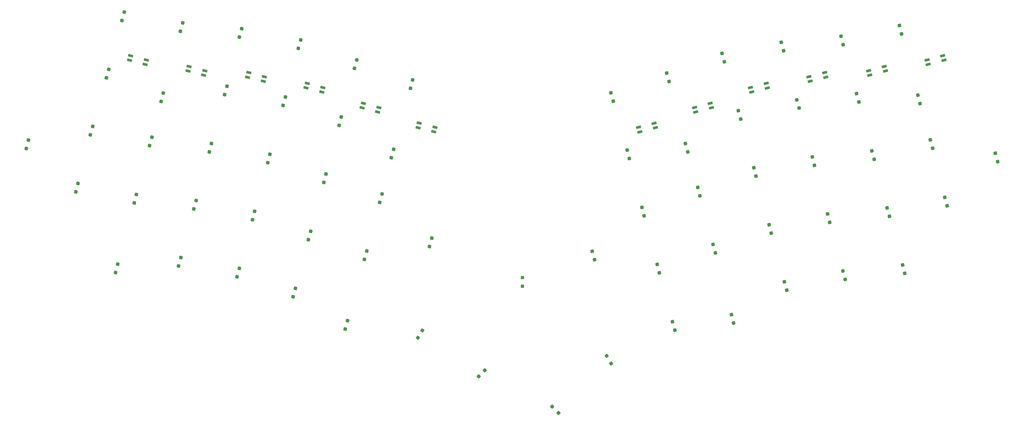
<source format=gbp>
G04 #@! TF.GenerationSoftware,KiCad,Pcbnew,8.0.2*
G04 #@! TF.CreationDate,2024-06-03T01:19:23+01:00*
G04 #@! TF.ProjectId,Ashwing66,41736877-696e-4673-9636-2e6b69636164,1*
G04 #@! TF.SameCoordinates,Original*
G04 #@! TF.FileFunction,Paste,Bot*
G04 #@! TF.FilePolarity,Positive*
%FSLAX46Y46*%
G04 Gerber Fmt 4.6, Leading zero omitted, Abs format (unit mm)*
G04 Created by KiCad (PCBNEW 8.0.2) date 2024-06-03 01:19:23*
%MOMM*%
%LPD*%
G01*
G04 APERTURE LIST*
G04 Aperture macros list*
%AMRoundRect*
0 Rectangle with rounded corners*
0 $1 Rounding radius*
0 $2 $3 $4 $5 $6 $7 $8 $9 X,Y pos of 4 corners*
0 Add a 4 corners polygon primitive as box body*
4,1,4,$2,$3,$4,$5,$6,$7,$8,$9,$2,$3,0*
0 Add four circle primitives for the rounded corners*
1,1,$1+$1,$2,$3*
1,1,$1+$1,$4,$5*
1,1,$1+$1,$6,$7*
1,1,$1+$1,$8,$9*
0 Add four rect primitives between the rounded corners*
20,1,$1+$1,$2,$3,$4,$5,0*
20,1,$1+$1,$4,$5,$6,$7,0*
20,1,$1+$1,$6,$7,$8,$9,0*
20,1,$1+$1,$8,$9,$2,$3,0*%
G04 Aperture macros list end*
%ADD10RoundRect,0.082000X0.608642X-0.502656X0.778427X0.130992X-0.608642X0.502656X-0.778427X-0.130992X0*%
%ADD11RoundRect,0.082000X0.778427X-0.130992X0.608642X0.502656X-0.778427X0.130992X-0.608642X-0.502656X0*%
%ADD12RoundRect,0.250000X-0.212132X0.367423X-0.367423X-0.212132X0.212132X-0.367423X0.367423X0.212132X0*%
%ADD13RoundRect,0.250000X-0.367423X0.212132X-0.212132X-0.367423X0.367423X-0.212132X0.212132X0.367423X0*%
%ADD14RoundRect,0.250000X-0.409808X0.109808X-0.109808X-0.409808X0.409808X-0.109808X0.109808X0.409808X0*%
%ADD15RoundRect,0.250000X-0.424264X0.000000X0.000000X-0.424264X0.424264X0.000000X0.000000X0.424264X0*%
%ADD16RoundRect,0.250000X-0.109808X0.409808X-0.409808X-0.109808X0.109808X-0.409808X0.409808X0.109808X0*%
%ADD17RoundRect,0.250000X0.000000X0.424264X-0.424264X0.000000X0.000000X-0.424264X0.424264X0.000000X0*%
%ADD18RoundRect,0.250000X-0.300000X0.300000X-0.300000X-0.300000X0.300000X-0.300000X0.300000X0.300000X0*%
G04 APERTURE END LIST*
D10*
X71141085Y-105491487D03*
X71529310Y-104042600D03*
X66506498Y-102696737D03*
X66118270Y-104145628D03*
D11*
X327995931Y-104160800D03*
X327607700Y-102711913D03*
X322584885Y-104057772D03*
X322973114Y-105506657D03*
X235211335Y-125877194D03*
X234823104Y-124428307D03*
X229800289Y-125774166D03*
X230188518Y-127223051D03*
X309203633Y-107655076D03*
X308815402Y-106206189D03*
X303792587Y-107552048D03*
X304180816Y-109000933D03*
D10*
X145931501Y-120808596D03*
X146319726Y-119359708D03*
X141296911Y-118013849D03*
X140908685Y-119462735D03*
X109120299Y-110958213D03*
X109508524Y-109509325D03*
X104485709Y-108163466D03*
X104097483Y-109612352D03*
D11*
X253217784Y-119474614D03*
X252829553Y-118025727D03*
X247806738Y-119371586D03*
X248194967Y-120820471D03*
X290019562Y-109613615D03*
X289631331Y-108164728D03*
X284608516Y-109510587D03*
X284996745Y-110959472D03*
D10*
X163937948Y-127211164D03*
X164326173Y-125762276D03*
X159303358Y-124416417D03*
X158915132Y-125865303D03*
X89930538Y-108971855D03*
X90318763Y-107522967D03*
X85295948Y-106177108D03*
X84907722Y-107625994D03*
D11*
X271221382Y-113085954D03*
X270833151Y-111637067D03*
X265810336Y-112982926D03*
X266198565Y-114431811D03*
D10*
X127915637Y-114416643D03*
X128303862Y-112967755D03*
X123281047Y-111621896D03*
X122892821Y-113070782D03*
D12*
X73311767Y-128992130D03*
X72587077Y-131696728D03*
D13*
X235794335Y-169930431D03*
X236519035Y-172635027D03*
D12*
X76997148Y-114727559D03*
X76272458Y-117432157D03*
D14*
X219591655Y-199426492D03*
X220991659Y-201851362D03*
D12*
X83224096Y-92095407D03*
X82499406Y-94800005D03*
D13*
X276715643Y-175554480D03*
X277440343Y-178259076D03*
X285649971Y-135294262D03*
X286374671Y-137998858D03*
D12*
X124382234Y-159229773D03*
X123657544Y-161934371D03*
D13*
X214918894Y-165682470D03*
X215643594Y-168387066D03*
X261921287Y-120365722D03*
X262645987Y-123070318D03*
D15*
X202051702Y-215748977D03*
X204031608Y-217728871D03*
D13*
X304836884Y-133321816D03*
X305561584Y-136026412D03*
D12*
X136206972Y-188024727D03*
X135482282Y-190729325D03*
X111296866Y-134436928D03*
X110572176Y-137141526D03*
D13*
X220939393Y-114657609D03*
X221664093Y-117362205D03*
X294885983Y-96433561D03*
X295610683Y-99138157D03*
X275699057Y-98406006D03*
X276423757Y-101110602D03*
X295508687Y-172068083D03*
X296233387Y-174772679D03*
X309767387Y-151722704D03*
X310492087Y-154427300D03*
D12*
X151040308Y-132859156D03*
X150315618Y-135563754D03*
X157197862Y-110460296D03*
X156473172Y-113164894D03*
D13*
X230863830Y-151529552D03*
X231588530Y-154234148D03*
X313675433Y-92953196D03*
X314400133Y-95657792D03*
D12*
X62371509Y-169846289D03*
X61646819Y-172550887D03*
D13*
X256655539Y-101944087D03*
X257380239Y-104648683D03*
X259664108Y-186109827D03*
X260388808Y-188814423D03*
D16*
X160255679Y-191148811D03*
X158855683Y-193573687D03*
D17*
X180399513Y-204015714D03*
X178419619Y-205995620D03*
D12*
X64434642Y-88615051D03*
X63709952Y-91319649D03*
D13*
X226156589Y-133091225D03*
X226881289Y-135795821D03*
D12*
X87550098Y-149385465D03*
X86825408Y-152090063D03*
D13*
X319614951Y-115435228D03*
X320339651Y-118139824D03*
D12*
X49577166Y-143895277D03*
X48852476Y-146599875D03*
X97441459Y-112566987D03*
X96716769Y-115271585D03*
X142388677Y-165632343D03*
X141663987Y-168336941D03*
D13*
X240741824Y-188359095D03*
X241466524Y-191063691D03*
D12*
X106366351Y-152837811D03*
X105641661Y-155542409D03*
D13*
X328311487Y-148308086D03*
X329036187Y-151012682D03*
X323626337Y-129841463D03*
X324351037Y-132546059D03*
X299906384Y-114920928D03*
X300631084Y-117625524D03*
D12*
X134243158Y-122452816D03*
X133518468Y-125157414D03*
D13*
X238897282Y-108267013D03*
X239621982Y-110971609D03*
X248848189Y-145155276D03*
X249572889Y-147859872D03*
D12*
X101451497Y-171204894D03*
X100726807Y-173909492D03*
X147319181Y-147231450D03*
X146594491Y-149936048D03*
D13*
X290580469Y-153695155D03*
X291305169Y-156399751D03*
X344563448Y-134133421D03*
X345288148Y-136838017D03*
X271782300Y-157167496D03*
X272507000Y-159872092D03*
D12*
X129312734Y-140828879D03*
X128588044Y-143533477D03*
X33670414Y-129849723D03*
X32945724Y-132554321D03*
X116227366Y-116036043D03*
X115502676Y-118740641D03*
D13*
X314700733Y-170109683D03*
X315425433Y-172814279D03*
D12*
X139191411Y-104057722D03*
X138466721Y-106762320D03*
X163314317Y-161430104D03*
X162589627Y-164134702D03*
D13*
X244898482Y-131003758D03*
X245623182Y-133708354D03*
X253800777Y-163527863D03*
X254525477Y-166232459D03*
X280719462Y-116893378D03*
X281444162Y-119597974D03*
D12*
X82656163Y-167746460D03*
X81931473Y-170451058D03*
X119457938Y-177607467D03*
X118733248Y-180312065D03*
D13*
X266851788Y-138766609D03*
X267576488Y-141471205D03*
D12*
X68366281Y-147376891D03*
X67641591Y-150081489D03*
X121175550Y-97665773D03*
X120450860Y-100370371D03*
X59452821Y-107110896D03*
X58728131Y-109815494D03*
X54276980Y-125446038D03*
X53552290Y-128150636D03*
X92510955Y-130967878D03*
X91786265Y-133672476D03*
X102177945Y-94005404D03*
X101453255Y-96710002D03*
D18*
X192503552Y-174150917D03*
X192503558Y-176950919D03*
M02*

</source>
